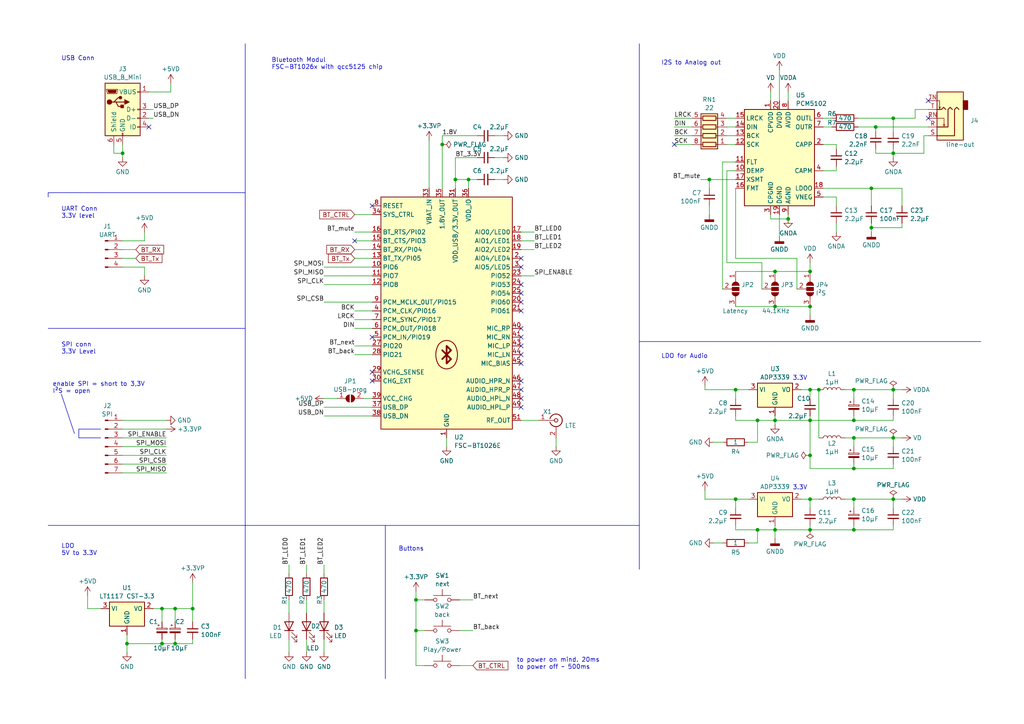
<source format=kicad_sch>
(kicad_sch (version 20230121) (generator eeschema)
  (paper "A4")
  (title_block (title "Bluetooth 5.1 with DAC") (date "2023-12-01") (rev "0.1") (company "AME"))
  (lib_symbols
    (symbol "Audio:PCM5102"
      (property "Reference" "U" (at -10.16 13.97 0))
      (property "Value" "PCM5102" (at 3.81 13.97 0))
      (symbol "PCM5102_1_1"
        (pin passive line (at -2.54 15.24 270) (length 2.54) (name "CPVDD") (number "1"))
        (pin input line (at -12.7 -5.08 0) (length 2.54) (name "DEMP") (number "10"))
        (pin input line (at -12.7 -2.54 0) (length 2.54) (name "FLT") (number "11"))
        (pin input line (at -12.7 2.54 0) (length 2.54) (name "SCK") (number "12"))
        (pin input line (at -12.7 5.08 0) (length 2.54) (name "BCK") (number "13"))
        (pin input line (at -12.7 7.62 0) (length 2.54) (name "DIN") (number "14"))
        (pin input line (at -12.7 10.16 0) (length 2.54) (name "LRCK") (number "15"))
        (pin input line (at -12.7 -10.16 0) (length 2.54) (name "FMT") (number "16"))
        (pin input line (at -12.7 -7.62 0) (length 2.54) (name "XSMT") (number "17"))
        (pin passive line (at 12.7 -10.16 180) (length 2.54) (name "LDOO") (number "18"))
        (pin power_in line (at 0 -17.78 90) (length 2.54) (name "DGND") (number "19"))
        (pin passive line (at 12.7 2.54 180) (length 2.54) (name "CAPP") (number "2"))
        (pin power_in line (at 0 15.24 270) (length 2.54) (name "DVDD") (number "20"))
        (pin power_in line (at -2.54 -17.78 90) (length 2.54) (name "CPGND") (number "3"))
        (pin passive line (at 12.7 -5.08 180) (length 2.54) (name "CAPM") (number "4"))
        (pin passive line (at 12.7 -12.7 180) (length 2.54) (name "VNEG") (number "5"))
        (pin output line (at 12.7 10.16 180) (length 2.54) (name "OUTL") (number "6"))
        (pin output line (at 12.7 7.62 180) (length 2.54) (name "OUTR") (number "7"))
        (pin power_in line (at 2.54 15.24 270) (length 2.54) (name "AVDD") (number "8"))
        (pin power_in line (at 2.54 -17.78 90) (length 2.54) (name "AGND") (number "9"))
      )
    )
    (symbol "Bluetooth_FSC_BT1026x:FSC-BT1026x"
      (property "Reference" "U" (at -17.145 34.29 0))
      (property "Value" "FSC-BT1026E" (at 3.175 -36.195 0))
      (symbol "FSC-BT1026x_1_0"
        (pin bidirectional line (at -21.59 12.7 0) (length 2.54) (name "PIO6") (number "10"))
        (pin bidirectional line (at -21.59 10.16 0) (length 2.54) (name "PIO7") (number "11"))
        (pin bidirectional line (at -21.59 7.62 0) (length 2.54) (name "PIO8") (number "12"))
        (pin bidirectional line (at -21.59 15.24 0) (length 2.54) (name "BT_TX/PI05") (number "13"))
        (pin bidirectional line (at -21.59 17.78 0) (length 2.54) (name "BT_RX/PI04") (number "14"))
        (pin bidirectional line (at -21.59 20.32 0) (length 2.54) (name "BT_CTS/PIO3") (number "15"))
        (pin bidirectional line (at -21.59 22.86 0) (length 2.54) (name "BT_RTS/Pl02") (number "16"))
        (pin bidirectional line (at 21.59 22.86 180) (length 2.54) (name "AIO0/LED0") (number "17"))
        (pin bidirectional line (at 21.59 20.32 180) (length 2.54) (name "AIO1/LED1") (number "18"))
        (pin bidirectional line (at 21.59 17.78 180) (length 2.54) (name "AIO2/LED2") (number "19"))
        (pin bidirectional line (at 21.59 15.24 180) (length 2.54) (name "AIO4/LED4") (number "2"))
        (pin bidirectional line (at 21.59 2.54 180) (length 2.54) (name "PIO60") (number "20"))
        (pin bidirectional line (at 21.59 0 180) (length 2.54) (name "PIO61") (number "21"))
        (pin bidirectional line (at 21.59 10.16 180) (length 2.54) (name "PIO52") (number "23"))
        (pin bidirectional line (at 21.59 7.62 180) (length 2.54) (name "PIO53") (number "24"))
        (pin bidirectional line (at 21.59 5.08 180) (length 2.54) (name "PIO54") (number "25"))
        (pin bidirectional line (at -21.59 -10.16 0) (length 2.54) (name "PIO20") (number "27"))
        (pin input line (at -21.59 -12.7 0) (length 2.54) (name "PIO21") (number "28"))
        (pin input line (at -21.59 -17.78 0) (length 2.54) (name "VCHG_SENSE") (number "29"))
        (pin bidirectional line (at 21.59 12.7 180) (length 2.54) (name "AIO5/LED5") (number "3"))
        (pin output line (at -21.59 -20.32 0) (length 2.54) (name "CHG_EXT") (number "30"))
        (pin power_out line (at 2.54 35.56 270) (length 2.54) (name "VDD_USB/3.3V_OUT") (number "31"))
        (pin input line (at -21.59 27.94 0) (length 2.54) (name "SYS_CTRL") (number "34"))
        (pin power_in line (at -1.27 35.56 270) (length 2.54) (name "1.8V_OUT") (number "35"))
        (pin bidirectional line (at -21.59 -27.94 0) (length 2.54) (name "USB_DP") (number "37"))
        (pin bidirectional line (at -21.59 -30.48 0) (length 2.54) (name "USB_DN") (number "38"))
        (pin input line (at -21.59 -25.4 0) (length 2.54) (name "VCC_CHG") (number "39"))
        (pin bidirectional line (at -21.59 0 0) (length 2.54) (name "PCM_CLK/PI016") (number "4"))
        (pin input line (at 21.59 -5.08 180) (length 2.54) (name "MIC_RP") (number "40"))
        (pin input line (at 21.59 -7.62 180) (length 2.54) (name "MIC_RN") (number "41"))
        (pin input line (at 21.59 -10.16 180) (length 2.54) (name "MIC_LP") (number "43"))
        (pin input line (at 21.59 -12.7 180) (length 2.54) (name "MIC_LN") (number "44"))
        (pin input line (at 21.59 -15.24 180) (length 2.54) (name "MIC_BIAS") (number "45"))
        (pin output line (at 21.59 -20.32 180) (length 2.54) (name "AUDIO_HPR_N") (number "46"))
        (pin output line (at 21.59 -22.86 180) (length 2.54) (name "AUDIO_HPR_P") (number "47"))
        (pin output line (at 21.59 -25.4 180) (length 2.54) (name "AUDIO_HPL_N") (number "48"))
        (pin output line (at 21.59 -27.94 180) (length 2.54) (name "AUDIO_HPL_P") (number "49"))
        (pin bidirectional line (at -21.59 -7.62 0) (length 2.54) (name "PCM_IN/PI019") (number "5"))
        (pin output line (at 21.59 -31.75 180) (length 2.54) (name "RF_OUT") (number "51"))
        (pin bidirectional line (at -21.59 -5.08 0) (length 2.54) (name "PCM_OUT/PI018") (number "6"))
        (pin bidirectional line (at -21.59 -2.54 0) (length 2.54) (name "PCM_SYNC/PIO17") (number "7"))
        (pin input line (at -21.59 30.48 0) (length 2.54) (name "RESET") (number "8"))
        (pin bidirectional line (at -21.59 2.54 0) (length 2.54) (name "PCM_MCLK_0UT/PI015") (number "9"))
      )
      (symbol "FSC-BT1026x_1_1"
        (pin power_in line (at 0 -36.83 90) (length 2.54) (name "GND") (number "1"))
        (pin passive line (at 0 -36.83 90) (length 2.54) hide (name "GND") (number "22"))
        (pin passive line (at 0 -36.83 90) (length 2.54) hide (name "GND") (number "32"))
        (pin power_in line (at -5.08 35.56 270) (length 2.54) (name "VBAT_IN") (number "33"))
        (pin power_in line (at 6.35 35.56 270) (length 2.54) (name "VDD_IO") (number "36"))
        (pin passive line (at 0 -36.83 90) (length 2.54) hide (name "GND") (number "50"))
        (pin passive line (at 0 -36.83 90) (length 2.54) hide (name "GND") (number "52"))
      )
    )
    (symbol "Conn_Coaxial_Fakra_1" (pin_names (offset 1.016) hide)
      (property "Reference" "X" (at 0.254 3.048 0))
      (property "Value" "Conn_Coaxial_Fakra" (at 2.921 0 90))
      (symbol "Conn_Coaxial_Fakra_1_1_1"
        (pin passive line (at -5.08 0 0) (length 2.54) (name "In") (number "1"))
        (pin passive line (at 0 -5.08 90) (length 2.54) (name "Ext") (number "2"))
      )
    )
    (symbol "Connector:Conn_01x04_Pin" (pin_names (offset 1.016) hide)
      (property "Reference" "J" (at 0 5.08 0))
      (property "Value" "Conn_01x04_Pin" (at 0 -7.62 0))
      (symbol "Conn_01x04_Pin_1_1"
        (pin passive line (at 5.08 2.54 180) (length 3.81) (name "Pin_1") (number "1"))
        (pin passive line (at 5.08 0 180) (length 3.81) (name "Pin_2") (number "2"))
        (pin passive line (at 5.08 -2.54 180) (length 3.81) (name "Pin_3") (number "3"))
        (pin passive line (at 5.08 -5.08 180) (length 3.81) (name "Pin_4") (number "4"))
      )
    )
    (symbol "Connector:Conn_01x07_Pin" (pin_names (offset 1.016) hide)
      (property "Reference" "J" (at 0 10.16 0))
      (property "Value" "Conn_01x07_Pin" (at 0 -10.16 0))
      (symbol "Conn_01x07_Pin_1_1"
        (pin passive line (at 5.08 7.62 180) (length 3.81) (name "Pin_1") (number "1"))
        (pin passive line (at 5.08 5.08 180) (length 3.81) (name "Pin_2") (number "2"))
        (pin passive line (at 5.08 2.54 180) (length 3.81) (name "Pin_3") (number "3"))
        (pin passive line (at 5.08 0 180) (length 3.81) (name "Pin_4") (number "4"))
        (pin passive line (at 5.08 -2.54 180) (length 3.81) (name "Pin_5") (number "5"))
        (pin passive line (at 5.08 -5.08 180) (length 3.81) (name "Pin_6") (number "6"))
        (pin passive line (at 5.08 -7.62 180) (length 3.81) (name "Pin_7") (number "7"))
      )
    )
    (symbol "Connector:USB_B_Mini" (pin_names (offset 1.016))
      (property "Reference" "J" (at -5.08 11.43 0))
      (property "Value" "USB_B_Mini" (at -5.08 8.89 0))
      (symbol "USB_B_Mini_1_1"
        (pin power_out line (at 7.62 5.08 180) (length 2.54) (name "VBUS") (number "1"))
        (pin bidirectional line (at 7.62 -2.54 180) (length 2.54) (name "D-") (number "2"))
        (pin bidirectional line (at 7.62 0 180) (length 2.54) (name "D+") (number "3"))
        (pin passive line (at 7.62 -5.08 180) (length 2.54) (name "ID") (number "4"))
        (pin power_out line (at 0 -10.16 90) (length 2.54) (name "GND") (number "5"))
        (pin passive line (at -2.54 -10.16 90) (length 2.54) (name "Shield") (number "6"))
      )
    )
    (symbol "Connector_Audio:AudioJack3_SwitchTR"
      (property "Reference" "J" (at 0 8.89 0))
      (property "Value" "AudioJack3_SwitchTR" (at 0 6.35 0))
      (symbol "AudioJack3_SwitchTR_1_1"
        (pin passive line (at 5.08 0 180) (length 2.54) (name "~") (number "R"))
        (pin passive line (at 5.08 -2.54 180) (length 2.54) (name "~") (number "RN"))
        (pin passive line (at 5.08 2.54 180) (length 2.54) (name "~") (number "S"))
        (pin passive line (at 5.08 -5.08 180) (length 2.54) (name "~") (number "T"))
        (pin passive line (at 5.08 -7.62 180) (length 2.54) (name "~") (number "TN"))
      )
    )
    (symbol "Device:C_Polarized_Small" (pin_numbers hide) (pin_names (offset 0.254) hide)
      (property "Reference" "C" (at 0.254 1.778 0))
      (property "Value" "C_Polarized_Small" (at 0.254 -2.032 0))
      (symbol "C_Polarized_Small_1_1"
        (pin passive line (at 0 2.54 270) (length 1.8542) (name "~") (number "1"))
        (pin passive line (at 0 -2.54 90) (length 1.8542) (name "~") (number "2"))
      )
    )
    (symbol "Device:C_Small" (pin_numbers hide) (pin_names (offset 0.254) hide)
      (property "Reference" "C" (at 0.254 1.778 0))
      (property "Value" "C_Small" (at 0.254 -2.032 0))
      (symbol "C_Small_1_1"
        (pin passive line (at 0 2.54 270) (length 2.032) (name "~") (number "1"))
        (pin passive line (at 0 -2.54 90) (length 2.032) (name "~") (number "2"))
      )
    )
    (symbol "Device:L" (pin_numbers hide) (pin_names (offset 1.016) hide)
      (property "Reference" "L" (at -1.27 0 90))
      (property "Value" "L" (at 1.905 0 90))
      (symbol "L_1_1"
        (pin passive line (at 0 3.81 270) (length 1.27) (name "1") (number "1"))
        (pin passive line (at 0 -3.81 90) (length 1.27) (name "2") (number "2"))
      )
    )
    (symbol "Device:LED" (pin_numbers hide) (pin_names (offset 1.016) hide)
      (property "Reference" "D" (at 0 2.54 0))
      (property "Value" "LED" (at 0 -2.54 0))
      (symbol "LED_1_1"
        (pin passive line (at -3.81 0 0) (length 2.54) (name "K") (number "1"))
        (pin passive line (at 3.81 0 180) (length 2.54) (name "A") (number "2"))
      )
    )
    (symbol "Device:R" (pin_numbers hide) (pin_names (offset 0))
      (property "Reference" "R" (at 2.032 0 90))
      (property "Value" "R" (at 0 0 90))
      (symbol "R_1_1"
        (pin passive line (at 0 3.81 270) (length 1.27) (name "~") (number "1"))
        (pin passive line (at 0 -3.81 90) (length 1.27) (name "~") (number "2"))
      )
    )
    (symbol "Device:R_Pack04" (pin_names (offset 0) hide)
      (property "Reference" "RN" (at -7.62 0 90))
      (property "Value" "R_Pack04" (at 5.08 0 90))
      (symbol "R_Pack04_1_1"
        (pin passive line (at -5.08 -5.08 90) (length 2.54) (name "R1.1") (number "1"))
        (pin passive line (at -2.54 -5.08 90) (length 2.54) (name "R2.1") (number "2"))
        (pin passive line (at 0 -5.08 90) (length 2.54) (name "R3.1") (number "3"))
        (pin passive line (at 2.54 -5.08 90) (length 2.54) (name "R4.1") (number "4"))
        (pin passive line (at 2.54 5.08 270) (length 2.54) (name "R4.2") (number "5"))
        (pin passive line (at 0 5.08 270) (length 2.54) (name "R3.2") (number "6"))
        (pin passive line (at -2.54 5.08 270) (length 2.54) (name "R2.2") (number "7"))
        (pin passive line (at -5.08 5.08 270) (length 2.54) (name "R1.2") (number "8"))
      )
    )
    (symbol "Jumper:SolderJumper_2_Open" (pin_names (offset 0) hide)
      (property "Reference" "JP" (at 0 2.032 0))
      (property "Value" "SolderJumper_2_Open" (at 0 -2.54 0))
      (symbol "SolderJumper_2_Open_1_1"
        (pin passive line (at -3.81 0 0) (length 2.54) (name "A") (number "1"))
        (pin passive line (at 3.81 0 180) (length 2.54) (name "B") (number "2"))
      )
    )
    (symbol "Jumper:SolderJumper_3_Open" (pin_names (offset 0) hide)
      (property "Reference" "JP" (at -2.54 -2.54 0))
      (property "Value" "SolderJumper_3_Open" (at 0 2.794 0))
      (symbol "SolderJumper_3_Open_1_1"
        (pin passive line (at -5.08 0 0) (length 2.54) (name "A") (number "1"))
        (pin passive line (at 0 -3.81 90) (length 2.54) (name "C") (number "2"))
        (pin passive line (at 5.08 0 180) (length 2.54) (name "B") (number "3"))
      )
    )
    (symbol "Regulator_Linear:LD1117S12TR_SOT223"
      (property "Reference" "U" (at -3.81 3.175 0))
      (property "Value" "LD1117S12TR_SOT223" (at 0 3.175 0))
      (symbol "LD1117S12TR_SOT223_1_1"
        (pin power_in line (at 0 -7.62 90) (length 2.54) (name "GND") (number "1"))
        (pin power_out line (at 7.62 0 180) (length 2.54) (name "VO") (number "2"))
        (pin power_in line (at -7.62 0 0) (length 2.54) (name "VI") (number "3"))
      )
    )
    (symbol "Switch:SW_Push" (pin_numbers hide) (pin_names (offset 1.016) hide)
      (property "Reference" "SW" (at 1.27 2.54 0))
      (property "Value" "SW_Push" (at 0 -1.524 0))
      (symbol "SW_Push_0_1"
        (pin passive line (at -5.08 0 0) (length 2.54) (name "1") (number "1"))
        (pin passive line (at 5.08 0 180) (length 2.54) (name "2") (number "2"))
      )
    )
    (symbol "power:+3.3VP" (power) (pin_names (offset 0))
      (property "Value" "+3.3VP" (at 0 2.54 0))
      (symbol "+3.3VP_0_0"
        (pin power_in line (at 0 0 90) (length 0) hide (name "+3.3VP") (number "1"))
      )
    )
    (symbol "power:+5VD" (power) (pin_names (offset 0))
      (property "Value" "+5VD" (at 0 3.556 0))
      (symbol "+5VD_1_1"
        (pin power_in line (at 0 0 90) (length 0) hide (name "+5VD") (number "1"))
      )
    )
    (symbol "power:GND" (power) (pin_names (offset 0))
      (property "Value" "GND" (at 0 -3.81 0))
      (symbol "GND_1_1"
        (pin power_in line (at 0 0 270) (length 0) hide (name "GND") (number "1"))
      )
    )
    (symbol "power:GNDA" (power) (pin_names (offset 0))
      (property "Value" "GNDA" (at 0 -3.81 0))
      (symbol "GNDA_1_1"
        (pin power_in line (at 0 0 270) (length 0) hide (name "GNDA") (number "1"))
      )
    )
    (symbol "power:GNDD" (power) (pin_names (offset 0))
      (property "Value" "GNDD" (at 0 -3.175 0))
      (symbol "GNDD_1_1"
        (pin power_in line (at 0 0 270) (length 0) hide (name "GNDD") (number "1"))
      )
    )
    (symbol "power:PWR_FLAG" (power) (pin_numbers hide) (pin_names (offset 0) hide)
      (property "Value" "PWR_FLAG" (at 0 3.81 0))
      (symbol "PWR_FLAG_0_0"
        (pin power_out line (at 0 0 90) (length 0) (name "pwr") (number "1"))
      )
    )
    (symbol "power:VD" (power) (pin_names (offset 0))
      (property "Value" "VD" (at 0 3.81 0))
      (symbol "VD_1_1"
        (pin power_in line (at 0 0 90) (length 0) hide (name "VD") (number "1"))
      )
    )
    (symbol "power:VDD" (power) (pin_names (offset 0))
      (property "Value" "VDD" (at 0 3.81 0))
      (symbol "VDD_1_1"
        (pin power_in line (at 0 0 90) (length 0) hide (name "VDD") (number "1"))
      )
    )
    (symbol "power:VDDA" (power) (pin_names (offset 0))
      (property "Value" "VDDA" (at 0 3.81 0))
      (symbol "VDDA_1_1"
        (pin power_in line (at 0 0 90) (length 0) hide (name "VDDA") (number "1"))
      )
    )
  )
  (junction (at 224.79 121.92))
  (junction (at 259.08 113.03))
  (junction (at 213.36 144.78))
  (junction (at 46.99 176.53))
  (junction (at 219.71 153.67))
  (junction (at 234.95 113.03))
  (junction (at 55.88 176.53))
  (junction (at 234.95 88.9))
  (junction (at 35.56 44.45))
  (junction (at 46.99 186.69))
  (junction (at 252.73 66.04))
  (junction (at 234.95 132.08))
  (junction (at 219.71 121.92))
  (junction (at 254 36.83))
  (junction (at 224.79 88.9))
  (junction (at 228.6 63.5))
  (junction (at 128.27 41.91))
  (junction (at 247.65 113.03))
  (junction (at 224.79 78.74))
  (junction (at 234.95 144.78))
  (junction (at 237.49 113.03))
  (junction (at 247.65 121.92))
  (junction (at 120.65 173.99))
  (junction (at 234.95 78.74))
  (junction (at 224.79 153.67))
  (junction (at 135.89 52.07))
  (junction (at 259.08 127))
  (junction (at 247.65 135.89))
  (junction (at 234.95 153.67))
  (junction (at 259.08 44.45))
  (junction (at 247.65 153.67))
  (junction (at 247.65 144.78))
  (junction (at 247.65 127))
  (junction (at 259.08 144.78))
  (junction (at 205.74 52.07))
  (junction (at 132.08 52.07))
  (junction (at 50.8 176.53))
  (junction (at 259.08 34.29))
  (junction (at 50.8 186.69))
  (junction (at 252.73 54.61))
  (junction (at 36.83 186.69))
  (junction (at 120.65 182.88))
  (junction (at 234.95 121.92))
  (junction (at 213.36 113.03))
  (no_connect (at 151.13 77.47))
  (no_connect (at 151.13 115.57))
  (no_connect (at 107.95 107.95))
  (no_connect (at 151.13 82.55))
  (no_connect (at 151.13 90.17))
  (no_connect (at 151.13 110.49))
  (no_connect (at 151.13 100.33))
  (no_connect (at 151.13 97.79))
  (no_connect (at 151.13 113.03))
  (no_connect (at 107.95 97.79))
  (no_connect (at 107.95 110.49))
  (no_connect (at 151.13 87.63))
  (no_connect (at 107.95 59.69))
  (no_connect (at 195.58 41.91))
  (no_connect (at 269.24 34.29))
  (no_connect (at 151.13 74.93))
  (no_connect (at 151.13 95.25))
  (no_connect (at 151.13 102.87))
  (no_connect (at 151.13 85.09))
  (no_connect (at 43.18 36.83))
  (no_connect (at 151.13 118.11))
  (no_connect (at 102.87 69.85))
  (no_connect (at 269.24 29.21))
  (no_connect (at 151.13 105.41))
  (wire (pts (xy 213.36 78.74) (xy 224.79 78.74)))
  (wire (pts (xy 93.98 173.99) (xy 93.98 177.8)))
  (wire (pts (xy 224.79 121.92) (xy 224.79 120.65)))
  (wire (pts (xy 259.08 113.03) (xy 261.62 113.03)))
  (wire (pts (xy 36.83 186.69) (xy 36.83 189.23)))
  (wire (pts (xy 247.65 127) (xy 247.65 129.54)))
  (wire (pts (xy 224.79 152.4) (xy 224.79 153.67)))
  (wire (pts (xy 133.35 193.04) (xy 137.16 193.04)))
  (wire (pts (xy 55.88 185.42) (xy 55.88 186.69)))
  (wire (pts (xy 151.13 67.31) (xy 154.94 67.31)))
  (wire (pts (xy 33.02 44.45) (xy 35.56 44.45)))
  (wire (pts (xy 213.36 46.99) (xy 209.55 46.99)))
  (wire (pts (xy 252.73 54.61) (xy 252.73 59.69)))
  (wire (pts (xy 247.65 144.78) (xy 247.65 147.32)))
  (wire (pts (xy 161.29 127) (xy 161.29 129.54)))
  (wire (pts (xy 234.95 152.4) (xy 234.95 153.67)))
  (wire (pts (xy 93.98 77.47) (xy 107.95 77.47)))
  (wire (pts (xy 226.06 62.23) (xy 226.06 68.58)))
  (polyline (pts (xy 29.21 127) (xy 22.86 127)))
  (wire (pts (xy 35.56 121.92) (xy 48.26 121.92)))
  (wire (pts (xy 88.9 185.42) (xy 88.9 189.23)))
  (wire (pts (xy 247.65 113.03) (xy 247.65 115.57)))
  (wire (pts (xy 44.45 176.53) (xy 46.99 176.53)))
  (wire (pts (xy 120.65 173.99) (xy 120.65 182.88)))
  (wire (pts (xy 35.56 129.54) (xy 48.26 129.54)))
  (wire (pts (xy 232.41 113.03) (xy 234.95 113.03)))
  (wire (pts (xy 50.8 176.53) (xy 55.88 176.53)))
  (wire (pts (xy 120.65 173.99) (xy 123.19 173.99)))
  (wire (pts (xy 210.82 36.83) (xy 213.36 36.83)))
  (wire (pts (xy 248.92 36.83) (xy 254 36.83)))
  (wire (pts (xy 143.51 45.72) (xy 146.05 45.72)))
  (wire (pts (xy 203.2 52.07) (xy 205.74 52.07)))
  (wire (pts (xy 50.8 185.42) (xy 50.8 186.69)))
  (wire (pts (xy 242.57 57.15) (xy 238.76 57.15)))
  (wire (pts (xy 43.18 26.67) (xy 49.53 26.67)))
  (polyline (pts (xy 71.12 12.7) (xy 71.12 152.4)))
  (wire (pts (xy 123.19 193.04) (xy 120.65 193.04)))
  (wire (pts (xy 41.91 69.85) (xy 41.91 67.31)))
  (wire (pts (xy 120.65 193.04) (xy 120.65 182.88)))
  (wire (pts (xy 135.89 52.07) (xy 138.43 52.07)))
  (wire (pts (xy 232.41 144.78) (xy 234.95 144.78)))
  (wire (pts (xy 267.97 44.45) (xy 259.08 44.45)))
  (wire (pts (xy 50.8 176.53) (xy 50.8 180.34)))
  (wire (pts (xy 55.88 186.69) (xy 50.8 186.69)))
  (wire (pts (xy 238.76 41.91) (xy 242.57 41.91)))
  (wire (pts (xy 213.36 74.93) (xy 231.14 74.93)))
  (wire (pts (xy 259.08 144.78) (xy 259.08 147.32)))
  (wire (pts (xy 151.13 121.92) (xy 156.21 121.92)))
  (wire (pts (xy 259.08 129.54) (xy 259.08 127)))
  (wire (pts (xy 217.17 157.48) (xy 219.71 157.48)))
  (wire (pts (xy 204.47 142.24) (xy 204.47 144.78)))
  (wire (pts (xy 213.36 49.53) (xy 210.82 49.53)))
  (wire (pts (xy 25.4 176.53) (xy 25.4 172.72)))
  (wire (pts (xy 128.27 41.91) (xy 128.27 39.37)))
  (wire (pts (xy 259.08 120.65) (xy 259.08 121.92)))
  (polyline (pts (xy 13.97 55.88) (xy 13.97 57.15)))
  (wire (pts (xy 35.56 44.45) (xy 35.56 45.72)))
  (wire (pts (xy 238.76 36.83) (xy 241.3 36.83)))
  (wire (pts (xy 35.56 72.39) (xy 39.37 72.39)))
  (wire (pts (xy 259.08 113.03) (xy 247.65 113.03)))
  (wire (pts (xy 133.35 173.99) (xy 137.16 173.99)))
  (wire (pts (xy 213.36 152.4) (xy 213.36 153.67)))
  (wire (pts (xy 209.55 46.99) (xy 209.55 83.82)))
  (wire (pts (xy 195.58 41.91) (xy 200.66 41.91)))
  (wire (pts (xy 43.18 31.75) (xy 44.45 31.75)))
  (wire (pts (xy 35.56 124.46) (xy 48.26 124.46)))
  (wire (pts (xy 242.57 49.53) (xy 238.76 49.53)))
  (wire (pts (xy 234.95 153.67) (xy 224.79 153.67)))
  (wire (pts (xy 259.08 44.45) (xy 259.08 45.72)))
  (wire (pts (xy 102.87 62.23) (xy 107.95 62.23)))
  (wire (pts (xy 259.08 34.29) (xy 259.08 38.1)))
  (wire (pts (xy 245.11 144.78) (xy 247.65 144.78)))
  (wire (pts (xy 259.08 127) (xy 261.62 127)))
  (wire (pts (xy 237.49 113.03) (xy 234.95 113.03)))
  (wire (pts (xy 102.87 95.25) (xy 107.95 95.25)))
  (wire (pts (xy 219.71 153.67) (xy 224.79 153.67)))
  (wire (pts (xy 259.08 144.78) (xy 261.62 144.78)))
  (wire (pts (xy 207.01 157.48) (xy 209.55 157.48)))
  (wire (pts (xy 247.65 135.89) (xy 234.95 135.89)))
  (wire (pts (xy 50.8 186.69) (xy 46.99 186.69)))
  (polyline (pts (xy 22.86 124.46) (xy 29.21 124.46)))
  (wire (pts (xy 35.56 127) (xy 48.26 127)))
  (wire (pts (xy 267.97 39.37) (xy 269.24 39.37)))
  (wire (pts (xy 151.13 69.85) (xy 154.94 69.85)))
  (wire (pts (xy 224.79 88.9) (xy 234.95 88.9)))
  (wire (pts (xy 259.08 34.29) (xy 265.43 34.29)))
  (wire (pts (xy 88.9 173.99) (xy 88.9 177.8)))
  (polyline (pts (xy 71.12 152.4) (xy 71.12 196.85)))
  (wire (pts (xy 265.43 34.29) (xy 265.43 31.75)))
  (wire (pts (xy 223.52 26.67) (xy 223.52 29.21)))
  (wire (pts (xy 219.71 128.27) (xy 219.71 121.92)))
  (wire (pts (xy 41.91 77.47) (xy 41.91 80.01)))
  (wire (pts (xy 219.71 157.48) (xy 219.71 153.67)))
  (wire (pts (xy 35.56 77.47) (xy 41.91 77.47)))
  (wire (pts (xy 228.6 62.23) (xy 228.6 63.5)))
  (wire (pts (xy 247.65 120.65) (xy 247.65 121.92)))
  (wire (pts (xy 234.95 121.92) (xy 234.95 120.65)))
  (wire (pts (xy 259.08 127) (xy 247.65 127)))
  (wire (pts (xy 259.08 134.62) (xy 259.08 135.89)))
  (wire (pts (xy 234.95 144.78) (xy 234.95 147.32)))
  (polyline (pts (xy 13.97 152.4) (xy 185.42 152.4)))
  (wire (pts (xy 213.36 121.92) (xy 219.71 121.92)))
  (polyline (pts (xy 17.78 114.3) (xy 21.59 125.73)))
  (wire (pts (xy 55.88 168.91) (xy 55.88 176.53)))
  (wire (pts (xy 35.56 69.85) (xy 41.91 69.85)))
  (wire (pts (xy 102.87 90.17) (xy 107.95 90.17)))
  (wire (pts (xy 29.21 176.53) (xy 25.4 176.53)))
  (wire (pts (xy 237.49 113.03) (xy 237.49 127)))
  (wire (pts (xy 93.98 82.55) (xy 107.95 82.55)))
  (wire (pts (xy 228.6 26.67) (xy 228.6 29.21)))
  (wire (pts (xy 247.65 144.78) (xy 259.08 144.78)))
  (wire (pts (xy 195.58 39.37) (xy 200.66 39.37)))
  (wire (pts (xy 204.47 113.03) (xy 213.36 113.03)))
  (wire (pts (xy 213.36 88.9) (xy 224.79 88.9)))
  (wire (pts (xy 124.46 40.64) (xy 124.46 54.61)))
  (wire (pts (xy 93.98 163.83) (xy 93.98 166.37)))
  (wire (pts (xy 234.95 132.08) (xy 234.95 121.92)))
  (wire (pts (xy 247.65 153.67) (xy 234.95 153.67)))
  (wire (pts (xy 217.17 128.27) (xy 219.71 128.27)))
  (wire (pts (xy 49.53 26.67) (xy 49.53 24.13)))
  (wire (pts (xy 238.76 34.29) (xy 241.3 34.29)))
  (wire (pts (xy 226.06 20.32) (xy 226.06 29.21)))
  (wire (pts (xy 213.36 153.67) (xy 219.71 153.67)))
  (wire (pts (xy 213.36 115.57) (xy 213.36 113.03)))
  (wire (pts (xy 242.57 59.69) (xy 242.57 57.15)))
  (wire (pts (xy 46.99 180.34) (xy 46.99 176.53)))
  (wire (pts (xy 223.52 63.5) (xy 228.6 63.5)))
  (wire (pts (xy 220.98 76.2) (xy 220.98 83.82)))
  (wire (pts (xy 105.41 115.57) (xy 107.95 115.57)))
  (wire (pts (xy 247.65 134.62) (xy 247.65 135.89)))
  (wire (pts (xy 210.82 49.53) (xy 210.82 76.2)))
  (wire (pts (xy 213.36 54.61) (xy 213.36 74.93)))
  (wire (pts (xy 248.92 34.29) (xy 259.08 34.29)))
  (wire (pts (xy 102.87 69.85) (xy 107.95 69.85)))
  (wire (pts (xy 223.52 62.23) (xy 223.52 63.5)))
  (wire (pts (xy 234.95 76.2) (xy 234.95 78.74)))
  (polyline (pts (xy 22.86 127) (xy 22.86 124.46)))
  (wire (pts (xy 88.9 163.83) (xy 88.9 166.37)))
  (wire (pts (xy 102.87 67.31) (xy 107.95 67.31)))
  (wire (pts (xy 35.56 134.62) (xy 48.26 134.62)))
  (wire (pts (xy 43.18 34.29) (xy 44.45 34.29)))
  (wire (pts (xy 151.13 80.01) (xy 154.94 80.01)))
  (wire (pts (xy 252.73 64.77) (xy 252.73 66.04)))
  (wire (pts (xy 102.87 72.39) (xy 107.95 72.39)))
  (wire (pts (xy 33.02 41.91) (xy 33.02 44.45)))
  (wire (pts (xy 36.83 184.15) (xy 36.83 186.69)))
  (wire (pts (xy 93.98 80.01) (xy 107.95 80.01)))
  (polyline (pts (xy 71.12 55.88) (xy 13.97 55.88)))
  (wire (pts (xy 93.98 115.57) (xy 97.79 115.57)))
  (wire (pts (xy 93.98 120.65) (xy 107.95 120.65)))
  (wire (pts (xy 35.56 74.93) (xy 39.37 74.93)))
  (wire (pts (xy 261.62 59.69) (xy 261.62 54.61)))
  (wire (pts (xy 213.36 147.32) (xy 213.36 144.78)))
  (wire (pts (xy 35.56 41.91) (xy 35.56 44.45)))
  (wire (pts (xy 83.82 173.99) (xy 83.82 177.8)))
  (wire (pts (xy 261.62 64.77) (xy 261.62 66.04)))
  (wire (pts (xy 151.13 72.39) (xy 154.94 72.39)))
  (wire (pts (xy 210.82 41.91) (xy 213.36 41.91)))
  (wire (pts (xy 102.87 74.93) (xy 107.95 74.93)))
  (wire (pts (xy 224.79 153.67) (xy 224.79 156.21)))
  (wire (pts (xy 247.65 121.92) (xy 234.95 121.92)))
  (wire (pts (xy 224.79 78.74) (xy 234.95 78.74)))
  (wire (pts (xy 210.82 39.37) (xy 213.36 39.37)))
  (wire (pts (xy 143.51 39.37) (xy 146.05 39.37)))
  (wire (pts (xy 46.99 185.42) (xy 46.99 186.69)))
  (wire (pts (xy 242.57 41.91) (xy 242.57 43.18)))
  (wire (pts (xy 254 36.83) (xy 269.24 36.83)))
  (wire (pts (xy 254 36.83) (xy 254 38.1)))
  (wire (pts (xy 83.82 185.42) (xy 83.82 189.23)))
  (wire (pts (xy 234.95 135.89) (xy 234.95 132.08)))
  (wire (pts (xy 102.87 100.33) (xy 107.95 100.33)))
  (wire (pts (xy 261.62 66.04) (xy 252.73 66.04)))
  (wire (pts (xy 219.71 121.92) (xy 224.79 121.92)))
  (wire (pts (xy 204.47 144.78) (xy 213.36 144.78)))
  (wire (pts (xy 55.88 176.53) (xy 55.88 180.34)))
  (wire (pts (xy 195.58 34.29) (xy 200.66 34.29)))
  (wire (pts (xy 128.27 39.37) (xy 138.43 39.37)))
  (wire (pts (xy 252.73 66.04) (xy 252.73 67.31)))
  (wire (pts (xy 267.97 39.37) (xy 267.97 44.45)))
  (wire (pts (xy 259.08 153.67) (xy 247.65 153.67)))
  (wire (pts (xy 132.08 45.72) (xy 138.43 45.72)))
  (polyline (pts (xy 13.97 95.25) (xy 71.12 95.25)))
  (wire (pts (xy 132.08 54.61) (xy 132.08 52.07)))
  (wire (pts (xy 247.65 113.03) (xy 245.11 113.03)))
  (wire (pts (xy 234.95 144.78) (xy 237.49 144.78)))
  (wire (pts (xy 213.36 113.03) (xy 217.17 113.03)))
  (wire (pts (xy 213.36 120.65) (xy 213.36 121.92)))
  (wire (pts (xy 204.47 111.76) (xy 204.47 113.03)))
  (wire (pts (xy 135.89 54.61) (xy 135.89 52.07)))
  (wire (pts (xy 259.08 115.57) (xy 259.08 113.03)))
  (wire (pts (xy 102.87 92.71) (xy 107.95 92.71)))
  (wire (pts (xy 247.65 152.4) (xy 247.65 153.67)))
  (wire (pts (xy 231.14 74.93) (xy 231.14 83.82)))
  (wire (pts (xy 259.08 43.18) (xy 259.08 44.45)))
  (wire (pts (xy 213.36 144.78) (xy 217.17 144.78)))
  (wire (pts (xy 261.62 54.61) (xy 252.73 54.61)))
  (wire (pts (xy 46.99 186.69) (xy 36.83 186.69)))
  (wire (pts (xy 242.57 48.26) (xy 242.57 49.53)))
  (wire (pts (xy 93.98 87.63) (xy 107.95 87.63)))
  (wire (pts (xy 35.56 132.08) (xy 48.26 132.08)))
  (wire (pts (xy 120.65 182.88) (xy 123.19 182.88)))
  (polyline (pts (xy 185.42 12.7) (xy 185.42 165.1)))
  (polyline (pts (xy 185.42 99.06) (xy 284.48 99.06)))
  (wire (pts (xy 35.56 137.16) (xy 48.26 137.16)))
  (wire (pts (xy 254 44.45) (xy 259.08 44.45)))
  (wire (pts (xy 234.95 88.9) (xy 234.95 91.44)))
  (wire (pts (xy 265.43 31.75) (xy 269.24 31.75)))
  (wire (pts (xy 234.95 113.03) (xy 234.95 115.57)))
  (wire (pts (xy 259.08 135.89) (xy 247.65 135.89)))
  (wire (pts (xy 129.54 127) (xy 129.54 129.54)))
  (wire (pts (xy 210.82 76.2) (xy 220.98 76.2)))
  (wire (pts (xy 205.74 59.69) (xy 205.74 62.23)))
  (wire (pts (xy 254 43.18) (xy 254 44.45)))
  (polyline (pts (xy 111.76 152.4) (xy 111.76 196.85)))
  (wire (pts (xy 195.58 36.83) (xy 200.66 36.83)))
  (wire (pts (xy 207.01 128.27) (xy 209.55 128.27)))
  (wire (pts (xy 210.82 34.29) (xy 213.36 34.29)))
  (wire (pts (xy 128.27 54.61) (xy 128.27 41.91)))
  (wire (pts (xy 132.08 52.07) (xy 132.08 45.72)))
  (wire (pts (xy 46.99 176.53) (xy 50.8 176.53)))
  (wire (pts (xy 205.74 52.07) (xy 213.36 52.07)))
  (wire (pts (xy 133.35 182.88) (xy 137.16 182.88)))
  (wire (pts (xy 224.79 121.92) (xy 234.95 121.92)))
  (wire (pts (xy 247.65 127) (xy 245.11 127)))
  (wire (pts (xy 259.08 152.4) (xy 259.08 153.67)))
  (wire (pts (xy 102.87 102.87) (xy 107.95 102.87)))
  (wire (pts (xy 120.65 171.45) (xy 120.65 173.99)))
  (wire (pts (xy 242.57 64.77) (xy 242.57 67.31)))
  (wire (pts (xy 259.08 121.92) (xy 247.65 121.92)))
  (wire (pts (xy 224.79 121.92) (xy 224.79 123.19)))
  (wire (pts (xy 143.51 52.07) (xy 146.05 52.07)))
  (wire (pts (xy 132.08 52.07) (xy 135.89 52.07)))
  (wire (pts (xy 83.82 163.83) (xy 83.82 166.37)))
  (wire (pts (xy 93.98 118.11) (xy 107.95 118.11)))
  (wire (pts (xy 205.74 52.07) (xy 205.74 54.61)))
  (wire (pts (xy 238.76 54.61) (xy 252.73 54.61)))
  (wire (pts (xy 93.98 185.42) (xy 93.98 189.23)))
  (text "Bluetooth Modul\nFSC-BT1026x with qcc5125 chip" (at 78.74 20.32 0) (effects (font (size 1.27 1.27)) (justify left bottom)))
  (text "UART Conn\n3.3V level" (at 17.78 63.5 0) (effects (font (size 1.27 1.27)) (justify left bottom)))
  (text "3.3V" (at 229.87 110.49 0) (effects (font (size 1.27 1.27)) (justify left bottom)))
  (text "LDO\n5V to 3.3V" (at 17.78 161.29 0) (effects (font (size 1.27 1.27)) (justify left bottom)))
  (text "3.3V" (at 229.87 142.24 0) (effects (font (size 1.27 1.27)) (justify left bottom)))
  (text "to power on mind. 20ms\nto power off ~ 500ms" (at 149.86 194.31 0) (effects (font (size 1.27 1.27)) (justify left bottom)))
  (text "LDO for Audio" (at 191.77 104.14 0) (effects (font (size 1.27 1.27)) (justify left bottom)))
  (text "Buttons" (at 115.57 160.02 0) (effects (font (size 1.27 1.27)) (justify left bottom)))
  (text "USB Conn" (at 17.78 17.78 0) (effects (font (size 1.27 1.27)) (justify left bottom)))
  (text "SPI conn\n3.3V Level" (at 17.78 102.87 0) (effects (font (size 1.27 1.27)) (justify left bottom)))
  (text "I2S to Analog out" (at 191.77 19.05 0) (effects (font (size 1.27 1.27)) (justify left bottom)))
  (text "enable SPI = short to 3,3V\nI²S = open" (at 15.24 114.3 0) (effects (font (size 1.27 1.27)) (justify left bottom)))
  (label "USB_DN" (at 93.98 120.65 180))
  (label "BT_LED2" (at 93.98 163.83 90))
  (label "BT_back" (at 102.87 102.87 180))
  (label "BT_LED1" (at 154.94 69.85 0))
  (label "SPI_CSB" (at 93.98 87.63 180))
  (label "SPI_MOSI" (at 48.26 129.54 180))
  (label "SPI_ENABLE" (at 154.94 80.01 0))
  (label "BT_LED1" (at 88.9 163.83 90))
  (label "BT_mute" (at 203.2 52.07 180))
  (label "SPI_MISO" (at 48.26 137.16 180))
  (label "BT_LED2" (at 154.94 72.39 0))
  (label "BCK" (at 102.87 90.17 180))
  (label "USB_DP" (at 93.98 118.11 180))
  (label "BT_3.3V" (at 132.08 45.72 0))
  (label "SPI_MOSI" (at 93.98 77.47 180))
  (label "BT_back" (at 137.16 182.88 0))
  (label "SPI_CSB" (at 48.26 134.62 180))
  (label "BT_LED0" (at 154.94 67.31 0))
  (label "LRCK" (at 102.87 92.71 180))
  (label "SPI_CLK" (at 48.26 132.08 180))
  (label "SCK" (at 195.58 41.91 0))
  (label "BT_next" (at 102.87 100.33 180))
  (label "BT_mute" (at 102.87 67.31 180))
  (label "USB_DN" (at 44.45 34.29 0))
  (label "SPI_CLK" (at 93.98 82.55 180))
  (label "BT_next" (at 137.16 173.99 0))
  (label "SPI_ENABLE" (at 48.26 127 180))
  (label "DIN" (at 102.87 95.25 180))
  (label "LRCK" (at 195.58 34.29 0))
  (label "SPI_MISO" (at 93.98 80.01 180))
  (label "BCK" (at 195.58 39.37 0))
  (label "BT_LED0" (at 83.82 163.83 90))
  (label "DIN" (at 195.58 36.83 0))
  (label "1.8V" (at 128.27 39.37 0))
  (label "USB_DP" (at 44.45 31.75 0))
  (global_label "BT_CTRL" (shape input) (at 137.16 193.04 0) (property "Intersheetrefs" "${INTERSHEET_REFS}" (effects hide)))
  (global_label "BT_Tx" (shape input) (at 39.37 74.93 0) (property "Intersheetrefs" "${INTERSHEET_REFS}" (effects hide)))
  (global_label "BT_RX" (shape input) (at 102.87 72.39 180) (property "Intersheetrefs" "${INTERSHEET_REFS}" (effects hide)))
  (global_label "BT_CTRL" (shape input) (at 102.87 62.23 180) (property "Intersheetrefs" "${INTERSHEET_REFS}" (effects hide)))
  (global_label "BT_Tx" (shape input) (at 102.87 74.93 180) (property "Intersheetrefs" "${INTERSHEET_REFS}" (effects hide)))
  (global_label "BT_RX" (shape input) (at 39.37 72.39 0) (property "Intersheetrefs" "${INTERSHEET_REFS}" (effects hide)))
  (symbol (lib_id "Device:C_Small") (at 261.62 62.23 0) (unit 1)
    (property "Reference" "C23" (at 263.9441 61.0242 0) (effects (justify left)))
    (property "Value" "2.2μF" (at 263.9441 63.4484 0) (effects (justify left)))
    (property "Footprint" "Capacitor_SMD:C_0805_2012Metric_Pad1.18x1.45mm_HandSolder" (effects hide))
  )
  (symbol (lib_id "power:GND") (at 146.05 52.07 90) (unit 1)
    (property "Reference" "#PWR019" (effects hide))
    (property "Value" "GND" (at 149.225 52.07 90) (effects (justify right)))
  )
  (symbol (lib_id "power:GNDD") (at 226.06 68.58 0) (unit 1)
    (property "Reference" "#PWR030" (effects hide))
    (property "Value" "GNDD" (at 226.06 72.3321 0))
  )
  (symbol (lib_id "power:+5VD") (at 204.47 142.24 0) (unit 1)
    (property "Reference" "#PWR022" (effects hide))
    (property "Value" "+5VD" (at 204.47 138.1069 0))
  )
  (symbol (lib_id "Device:C_Polarized_Small") (at 247.65 149.86 0) (unit 1)
    (property "Reference" "C16" (at 249.809 148.1018 0) (effects (justify left)))
    (property "Value" "10μF" (at 249.809 150.526 0) (effects (justify left)))
    (property "Footprint" "Capacitor_SMD:C_0805_2012Metric_Pad1.18x1.45mm_HandSolder" (effects hide))
  )
  (symbol (lib_id "Device:R") (at 213.36 157.48 90) (unit 1)
    (property "Reference" "R5" (at 213.36 160.2161 90))
    (property "Value" "1" (at 213.36 157.48 90))
    (property "Footprint" "Resistor_SMD:R_0805_2012Metric_Pad1.20x1.40mm_HandSolder" (effects hide))
  )
  (symbol (lib_id "Device:R") (at 83.82 170.18 180) (unit 1)
    (property "Reference" "R1" (at 82.55 173.99 90))
    (property "Value" "470" (at 83.82 170.18 90))
    (property "Footprint" "Resistor_SMD:R_0603_1608Metric_Pad0.98x0.95mm_HandSolder" (effects hide))
  )
  (symbol (lib_id "power:PWR_FLAG") (at 128.27 41.91 270) (unit 1)
    (property "Reference" "#FLG01" (effects hide))
    (property "Value" "PWR_FLAG" (at 131.445 41.91 90) (effects (justify left)))
  )
  (symbol (lib_id "Device:C_Small") (at 234.95 149.86 0) (unit 1)
    (property "Reference" "C11" (at 237.2741 148.6542 0) (effects (justify left)))
    (property "Value" "2.2μF" (at 237.2741 151.0784 0) (effects (justify left)))
    (property "Footprint" "Capacitor_SMD:C_0805_2012Metric_Pad1.18x1.45mm_HandSolder" (effects hide))
  )
  (symbol (lib_id "Device:C_Small") (at 213.36 118.11 0) (unit 1)
    (property "Reference" "C8" (at 211.036 116.9042 0) (effects (justify right)))
    (property "Value" "2.2μF" (at 211.036 119.3284 0) (effects (justify right)))
    (property "Footprint" "Capacitor_SMD:C_0805_2012Metric_Pad1.18x1.45mm_HandSolder" (effects hide))
  )
  (symbol (lib_id "Device:C_Small") (at 259.08 40.64 0) (unit 1)
    (property "Reference" "C19" (at 261.4041 39.4342 0) (effects (justify left)))
    (property "Value" "2.2nF" (at 261.4041 41.8584 0) (effects (justify left)))
    (property "Footprint" "Capacitor_SMD:C_0603_1608Metric_Pad1.08x0.95mm_HandSolder" (effects hide))
  )
  (symbol (lib_id "Device:R") (at 245.11 34.29 90) (unit 1)
    (property "Reference" "R6" (at 241.3 33.02 90))
    (property "Value" "470" (at 245.11 34.29 90))
    (property "Footprint" "Resistor_SMD:R_0603_1608Metric_Pad0.98x0.95mm_HandSolder" (effects hide))
  )
  (symbol (lib_id "power:+3.3VP") (at 120.65 171.45 0) (unit 1)
    (property "Reference" "#PWR014" (effects hide))
    (property "Value" "+3.3VP" (at 120.65 167.3169 0))
  )
  (symbol (lib_id "power:GND") (at 207.01 128.27 270) (unit 1)
    (property "Reference" "#PWR024" (effects hide))
    (property "Value" "GND" (at 203.8351 128.27 90) (effects (justify right)))
  )
  (symbol (lib_id "power:VDD") (at 261.62 144.78 270) (unit 1)
    (property "Reference" "#PWR040" (effects hide))
    (property "Value" "VDD" (at 264.795 144.78 90) (effects (justify left)))
  )
  (symbol (lib_id "power:+5VD") (at 49.53 24.13 0) (unit 1)
    (property "Reference" "#PWR08" (effects hide))
    (property "Value" "+5VD" (at 49.53 19.9969 0))
  )
  (symbol (lib_id "power:PWR_FLAG") (at 259.08 113.03 0) (unit 1)
    (property "Reference" "#FLG04" (effects hide))
    (property "Value" "PWR_FLAG" (at 252.73 110.49 0))
  )
  (symbol (lib_id "power:+5VD") (at 93.98 115.57 90) (unit 1)
    (property "Reference" "#PWR012" (effects hide))
    (property "Value" "+5VD" (at 90.8051 115.57 90) (effects (justify left)))
  )
  (symbol (lib_id "Bluetooth_FSC_BT1026x:FSC-BT1026x") (at 129.54 90.17 0) (unit 1)
    (property "Reference" "U2" (at 131.7341 126.8151 0) (effects (justify left)))
    (property "Value" "FSC-BT1026E" (at 131.7341 129.2393 0) (effects (justify left)))
    (property "Footprint" "Bluetooth:FSC-BT1026x" (effects hide))
    (property "Datasheet" "https://www.feasycom.net/Content/upload/pdf/202313049/FSC-BT1026x-Datasheet-V1.71-EN.pdf?rnd=133" (effects hide))
  )
  (symbol (lib_id "Device:C_Small") (at 259.08 149.86 0) (unit 1)
    (property "Reference" "C22" (at 261.4041 148.6542 0) (effects (justify left)))
    (property "Value" "100nF" (at 261.4041 151.0784 0) (effects (justify left)))
    (property "Footprint" "Capacitor_SMD:C_0603_1608Metric_Pad1.08x0.95mm_HandSolder" (effects hide))
  )
  (symbol (lib_id "power:VDDA") (at 228.6 26.67 0) (unit 1)
    (property "Reference" "#PWR031" (effects hide))
    (property "Value" "VDDA" (at 228.6 22.5369 0))
  )
  (symbol (lib_id "power:GND") (at 41.91 80.01 0) (unit 1)
    (property "Reference" "#PWR05" (effects hide))
    (property "Value" "GND" (at 41.91 84.1431 0))
  )
  (symbol (lib_id "Jumper:SolderJumper_2_Open") (at 101.6 115.57 0) (unit 1)
    (property "Reference" "JP1" (at 101.6 110.5367 0))
    (property "Value" "USB-prog" (at 101.6 112.9609 0))
    (property "Footprint" "Jumper:SolderJumper-2_P1.3mm_Open_RoundedPad1.0x1.5mm" (effects hide))
  )
  (symbol (lib_name "Conn_Coaxial_Fakra_1") (lib_id "my_RF:Conn_Coaxial_Fakra") (at 161.29 121.92 0) (unit 1)
    (property "Reference" "X1" (at 157.48 119.38 0) (effects (justify left)))
    (property "Value" "LTE" (at 163.8301 123.4253 0) (effects (justify left)))
    (property "Footprint" "eigene-footprints:CONN_Fakra_DeLOCK_90°" (effects hide))
    (property "Datasheet" "\\\\10.10.20.6\\andre\\elektronik\\KiCad_working_dir\\datasheet\\Fakra_DeLOCK_89737_w_draw.pdf" (effects hide))
  )
  (symbol (lib_id "power:VDDA") (at 261.62 113.03 270) (unit 1)
    (property "Reference" "#PWR038" (effects hide))
    (property "Value" "VDDA" (at 264.795 113.03 90) (effects (justify left)))
  )
  (symbol (lib_id "power:+3.3VP") (at 124.46 40.64 0) (unit 1)
    (property "Reference" "#PWR015" (effects hide))
    (property "Value" "+3.3VP" (at 124.46 36.5069 0))
  )
  (symbol (lib_id "power:GND") (at 146.05 45.72 90) (unit 1)
    (property "Reference" "#PWR018" (effects hide))
    (property "Value" "GND" (at 149.225 45.72 90) (effects (justify right)))
  )
  (symbol (lib_id "Jumper:SolderJumper_3_Open") (at 224.79 83.82 270) (unit 1)
    (property "Reference" "JP3" (at 226.441 82.6079 90) (effects (justify left)))
    (property "Value" "44.1KHz" (at 220.98 90.17 90) (effects (justify left)))
    (property "Footprint" "Jumper:SolderJumper-3_P1.3mm_Open_RoundedPad1.0x1.5mm_NumberLabels" (effects hide))
  )
  (symbol (lib_id "Switch:SW_Push") (at 128.27 173.99 0) (unit 1)
    (property "Reference" "SW1" (at 128.27 166.9247 0))
    (property "Value" "next" (at 128.27 169.3489 0))
    (property "Footprint" "Button_Switch_SMD:SW_SPST_CK_RS282G05A3" (effects hide))
  )
  (symbol (lib_id "power:GND") (at 83.82 189.23 0) (unit 1)
    (property "Reference" "#PWR010" (effects hide))
    (property "Value" "GND" (at 83.82 193.3631 0))
  )
  (symbol (lib_id "Device:C_Small") (at 259.08 118.11 0) (unit 1)
    (property "Reference" "C20" (at 261.4041 116.9042 0) (effects (justify left)))
    (property "Value" "100nF" (at 261.4041 119.3284 0) (effects (justify left)))
    (property "Footprint" "Capacitor_SMD:C_0603_1608Metric_Pad1.08x0.95mm_HandSolder" (effects hide))
  )
  (symbol (lib_id "Device:C_Polarized_Small") (at 247.65 118.11 0) (unit 1)
    (property "Reference" "C14" (at 249.809 116.3518 0) (effects (justify left)))
    (property "Value" "10μF" (at 249.809 118.776 0) (effects (justify left)))
    (property "Footprint" "Capacitor_SMD:C_0805_2012Metric_Pad1.18x1.45mm_HandSolder" (effects hide))
  )
  (symbol (lib_id "power:GNDA") (at 242.57 67.31 0) (unit 1)
    (property "Reference" "#PWR035" (effects hide))
    (property "Value" "GNDA" (at 242.57 71.4431 0))
  )
  (symbol (lib_id "Device:R") (at 93.98 170.18 180) (unit 1)
    (property "Reference" "R3" (at 92.71 173.99 90))
    (property "Value" "470" (at 93.98 170.18 90))
    (property "Footprint" "Resistor_SMD:R_0603_1608Metric_Pad0.98x0.95mm_HandSolder" (effects hide))
  )
  (symbol (lib_id "Device:C_Small") (at 213.36 149.86 0) (unit 1)
    (property "Reference" "C9" (at 211.036 148.6542 0) (effects (justify right)))
    (property "Value" "2.2μF" (at 211.036 151.0784 0) (effects (justify right)))
    (property "Footprint" "Capacitor_SMD:C_0805_2012Metric_Pad1.18x1.45mm_HandSolder" (effects hide))
  )
  (symbol (lib_id "power:GNDD") (at 224.79 156.21 0) (unit 1)
    (property "Reference" "#PWR028" (effects hide))
    (property "Value" "GNDD" (at 224.79 159.9621 0))
  )
  (symbol (lib_id "Audio:PCM5102") (at 226.06 44.45 0) (unit 1)
    (property "Reference" "U5" (at 230.7941 27.6057 0) (effects (justify left)))
    (property "Value" "PCM5102" (at 230.7941 30.0299 0) (effects (justify left)))
    (property "Footprint" "Package_SO:TSSOP-20_4.4x6.5mm_P0.65mm" (effects hide))
    (property "Datasheet" "http://www.ti.com/lit/ds/symlink/pcm5102.pdf" (effects hide))
  )
  (symbol (lib_id "power:GNDD") (at 234.95 91.44 0) (unit 1)
    (property "Reference" "#PWR034" (effects hide))
    (property "Value" "GNDD" (at 234.95 95.1921 0))
  )
  (symbol (lib_id "Device:C_Polarized_Small") (at 46.99 182.88 0) (unit 1)
    (property "Reference" "C1" (at 43.18 180.34 0) (effects (justify left)))
    (property "Value" "10μF" (at 44.45 187.96 0) (effects (justify left)))
    (property "Footprint" "Capacitor_SMD:C_0805_2012Metric_Pad1.18x1.45mm_HandSolder" (effects hide))
  )
  (symbol (lib_id "power:+5VD") (at 204.47 111.76 0) (unit 1)
    (property "Reference" "#PWR021" (effects hide))
    (property "Value" "+5VD" (at 204.47 107.6269 0))
  )
  (symbol (lib_id "Device:C_Small") (at 254 40.64 0) (unit 1)
    (property "Reference" "C18" (at 251.6759 39.4342 0) (effects (justify right)))
    (property "Value" "2.2nF" (at 251.6759 41.8584 0) (effects (justify right)))
    (property "Footprint" "Capacitor_SMD:C_0603_1608Metric_Pad1.08x0.95mm_HandSolder" (effects hide))
  )
  (symbol (lib_id "Device:C_Small") (at 55.88 182.88 0) (unit 1)
    (property "Reference" "C3" (at 58.2041 181.6742 0) (effects (justify left)))
    (property "Value" "100nF" (at 58.2041 184.0984 0) (effects (justify left)))
    (property "Footprint" "Capacitor_SMD:C_0603_1608Metric_Pad1.08x0.95mm_HandSolder" (effects hide))
  )
  (symbol (lib_id "Device:C_Small") (at 242.57 45.72 0) (unit 1)
    (property "Reference" "C12" (at 244.8941 44.5142 0) (effects (justify left)))
    (property "Value" "2.2μF" (at 244.8941 46.9384 0) (effects (justify left)))
    (property "Footprint" "Capacitor_SMD:C_0805_2012Metric_Pad1.18x1.45mm_HandSolder" (effects hide))
  )
  (symbol (lib_id "Device:R") (at 245.11 36.83 90) (unit 1)
    (property "Reference" "R7" (at 241.3 35.56 90))
    (property "Value" "470" (at 245.11 36.83 90))
    (property "Footprint" "Resistor_SMD:R_0603_1608Metric_Pad0.98x0.95mm_HandSolder" (effects hide))
  )
  (symbol (lib_id "power:GND") (at 161.29 129.54 0) (unit 1)
    (property "Reference" "#PWR020" (effects hide))
    (property "Value" "GND" (at 161.29 133.6731 0))
  )
  (symbol (lib_id "Device:C_Small") (at 252.73 62.23 0) (unit 1)
    (property "Reference" "C17" (at 255.0541 61.0242 0) (effects (justify left)))
    (property "Value" "100nF" (at 255.0541 63.4484 0) (effects (justify left)))
    (property "Footprint" "Capacitor_SMD:C_0603_1608Metric_Pad1.08x0.95mm_HandSolder" (effects hide))
  )
  (symbol (lib_id "Device:R") (at 88.9 170.18 180) (unit 1)
    (property "Reference" "R2" (at 87.63 173.99 90))
    (property "Value" "470" (at 88.9 170.18 90))
    (property "Footprint" "Resistor_SMD:R_0603_1608Metric_Pad0.98x0.95mm_HandSolder" (effects hide))
  )
  (symbol (lib_id "power:VD") (at 223.52 26.67 0) (unit 1)
    (property "Reference" "#PWR026" (effects hide))
    (property "Value" "VD" (at 223.52 22.5369 0))
  )
  (symbol (lib_id "power:PWR_FLAG") (at 234.95 153.67 180) (unit 1)
    (property "Reference" "#FLG03" (effects hide))
    (property "Value" "PWR_FLAG" (at 234.95 157.8031 0))
  )
  (symbol (lib_id "power:+3.3VP") (at 55.88 168.91 0) (unit 1)
    (property "Reference" "#PWR09" (effects hide))
    (property "Value" "+3.3VP" (at 55.88 164.7769 0))
  )
  (symbol (lib_id "power:GNDD") (at 205.74 62.23 0) (unit 1)
    (property "Reference" "#PWR023" (effects hide))
    (property "Value" "GNDD" (at 205.74 65.9821 0))
  )
  (symbol (lib_id "power:GND") (at 35.56 45.72 0) (unit 1)
    (property "Reference" "#PWR02" (effects hide))
    (property "Value" "GND" (at 35.56 49.8531 0))
  )
  (symbol (lib_id "Connector:Conn_01x07_Pin") (at 30.48 129.54 0) (unit 1)
    (property "Reference" "J2" (at 31.115 117.6995 0))
    (property "Value" "SPI" (at 31.115 120.1237 0))
    (property "Footprint" "Connector_PinHeader_2.54mm:PinHeader_1x07_P2.54mm_Vertical" (effects hide))
  )
  (symbol (lib_id "power:GND") (at 93.98 189.23 0) (unit 1)
    (property "Reference" "#PWR013" (effects hide))
    (property "Value" "GND" (at 93.98 193.3631 0))
  )
  (symbol (lib_id "Device:C_Small") (at 205.74 57.15 0) (unit 1)
    (property "Reference" "C7" (at 203.416 55.9442 0) (effects (justify right)))
    (property "Value" "100nF" (at 203.416 58.3684 0) (effects (justify right)))
    (property "Footprint" "Capacitor_SMD:C_0603_1608Metric_Pad1.08x0.95mm_HandSolder" (effects hide))
  )
  (symbol (lib_id "Regulator_Linear:LD1117S12TR_SOT223") (at 224.79 113.03 0) (unit 1)
    (property "Reference" "U3" (at 224.79 106.9807 0))
    (property "Value" "ADP3339" (at 224.79 109.4049 0))
    (property "Footprint" "Package_TO_SOT_SMD:SOT-223-3_TabPin2" (effects hide))
    (property "Datasheet" "http://www.st.com/st-web-ui/static/active/en/resource/technical/document/datasheet/CD00000544.pdf" (effects hide))
  )
  (symbol (lib_id "power:GND") (at 88.9 189.23 0) (unit 1)
    (property "Reference" "#PWR011" (effects hide))
    (property "Value" "GND" (at 88.9 193.3631 0))
  )
  (symbol (lib_id "Device:C_Small") (at 140.97 45.72 90) (unit 1)
    (property "Reference" "C5" (at 138.43 43.18 90))
    (property "Value" "2.2μF" (at 144.78 43.18 90))
    (property "Footprint" "Capacitor_SMD:C_0805_2012Metric_Pad1.18x1.45mm_HandSolder" (effects hide))
  )
  (symbol (lib_id "Device:LED") (at 83.82 181.61 90) (unit 1)
    (property "Reference" "D1" (at 81.7881 181.9854 90) (effects (justify left)))
    (property "Value" "LED" (at 81.7881 184.4096 90) (effects (justify left)))
    (property "Footprint" "LED_SMD:LED_0603_1608Metric_Pad1.05x0.95mm_HandSolder" (effects hide))
  )
  (symbol (lib_id "Regulator_Linear:LD1117S12TR_SOT223") (at 36.83 176.53 0) (unit 1)
    (property "Reference" "U1" (at 36.83 170.4807 0))
    (property "Value" "LT1117 CST-3.3" (at 36.83 172.9049 0))
    (property "Footprint" "Package_TO_SOT_SMD:SOT-223-3_TabPin2" (effects hide))
    (property "Datasheet" "http://www.st.com/st-web-ui/static/active/en/resource/technical/document/datasheet/CD00000544.pdf" (effects hide))
  )
  (symbol (lib_id "power:PWR_FLAG") (at 234.95 132.08 90) (unit 1)
    (property "Reference" "#FLG02" (effects hide))
    (property "Value" "PWR_FLAG" (at 231.7751 132.08 90) (effects (justify left)))
  )
  (symbol (lib_id "Device:LED") (at 88.9 181.61 90) (unit 1)
    (property "Reference" "D2" (at 90.17 181.61 90) (effects (justify right)))
    (property "Value" "LED" (at 88.9 187.96 90) (effects (justify right)))
    (property "Footprint" "LED_SMD:LED_0603_1608Metric_Pad1.05x0.95mm_HandSolder" (effects hide))
  )
  (symbol (lib_id "power:+5VD") (at 41.91 67.31 0) (unit 1)
    (property "Reference" "#PWR04" (effects hide))
    (property "Value" "+5VD" (at 41.91 63.1769 0))
  )
  (symbol (lib_id "Device:C_Polarized_Small") (at 247.65 132.08 0) (unit 1)
    (property "Reference" "C15" (at 249.809 130.3218 0) (effects (justify left)))
    (property "Value" "10μF" (at 249.809 132.746 0) (effects (justify left)))
    (property "Footprint" "Capacitor_SMD:C_0805_2012Metric_Pad1.18x1.45mm_HandSolder" (effects hide))
  )
  (symbol (lib_id "Device:L") (at 241.3 144.78 90) (unit 1)
    (property "Reference" "L3" (at 241.3 140.1304 90))
    (property "Value" "1μH" (at 241.3 142.5546 90))
    (property "Footprint" "Inductor_SMD:L_0805_2012Metric_Pad1.15x1.40mm_HandSolder" (effects hide))
  )
  (symbol (lib_id "power:PWR_FLAG") (at 259.08 144.78 0) (unit 1)
    (property "Reference" "#FLG06" (effects hide))
    (property "Value" "PWR_FLAG" (at 259.08 140.6469 0))
  )
  (symbol (lib_id "power:PWR_FLAG") (at 259.08 127 0) (unit 1)
    (property "Reference" "#FLG05" (effects hide))
    (property "Value" "PWR_FLAG" (at 252.73 124.46 0))
  )
  (symbol (lib_id "Jumper:SolderJumper_3_Open") (at 234.95 83.82 270) (unit 1)
    (property "Reference" "JP4" (at 236.601 82.6079 90) (effects (justify left)))
    (property "Value" "I²S" (at 236.601 85.0321 90) (effects (justify left)))
    (property "Footprint" "Jumper:SolderJumper-3_P1.3mm_Open_RoundedPad1.0x1.5mm_NumberLabels" (effects hide))
  )
  (symbol (lib_id "Device:C_Small") (at 242.57 62.23 0) (unit 1)
    (property "Reference" "C13" (at 244.8941 61.0242 0) (effects (justify left)))
    (property "Value" "2.2μF" (at 244.8941 63.4484 0) (effects (justify left)))
    (property "Footprint" "Capacitor_SMD:C_0805_2012Metric_Pad1.18x1.45mm_HandSolder" (effects hide))
  )
  (symbol (lib_id "Device:C_Small") (at 234.95 118.11 0) (unit 1)
    (property "Reference" "C10" (at 231.14 115.57 0) (effects (justify left)))
    (property "Value" "2.2μF" (at 228.6 120.65 0) (effects (justify left)))
    (property "Footprint" "Capacitor_SMD:C_0805_2012Metric_Pad1.18x1.45mm_HandSolder" (effects hide))
  )
  (symbol (lib_id "Jumper:SolderJumper_3_Open") (at 213.36 83.82 270) (unit 1)
    (property "Reference" "JP2" (at 215.011 82.6079 90) (effects (justify left)))
    (property "Value" "Latency" (at 209.55 90.17 90) (effects (justify left)))
    (property "Footprint" "Jumper:SolderJumper-3_P1.3mm_Open_RoundedPad1.0x1.5mm_NumberLabels" (effects hide))
  )
  (symbol (lib_id "Switch:SW_Push") (at 128.27 182.88 0) (unit 1)
    (property "Reference" "SW2" (at 128.27 175.8147 0))
    (property "Value" "back" (at 128.27 178.2389 0))
    (property "Footprint" "Button_Switch_SMD:SW_SPST_CK_RS282G05A3" (effects hide))
  )
  (symbol (lib_id "Device:C_Small") (at 259.08 132.08 0) (unit 1)
    (property "Reference" "C21" (at 261.4041 130.8742 0) (effects (justify left)))
    (property "Value" "100nF" (at 261.4041 133.2984 0) (effects (justify left)))
    (property "Footprint" "Capacitor_SMD:C_0603_1608Metric_Pad1.08x0.95mm_HandSolder" (effects hide))
  )
  (symbol (lib_id "Device:R_Pack04") (at 205.74 36.83 90) (unit 1)
    (property "Reference" "RN1" (at 205.74 28.8757 90))
    (property "Value" "22" (at 205.74 31.2999 90))
    (property "Footprint" "Resistor_SMD:R_Array_Convex_4x0603" (effects hide))
  )
  (symbol (lib_id "power:VD") (at 261.62 127 270) (unit 1)
    (property "Reference" "#PWR039" (effects hide))
    (property "Value" "VD" (at 264.795 127 90) (effects (justify left)))
  )
  (symbol (lib_id "power:GNDD") (at 252.73 67.31 0) (unit 1)
    (property "Reference" "#PWR036" (effects hide))
    (property "Value" "GNDD" (at 252.73 71.0621 0))
  )
  (symbol (lib_id "power:GND") (at 146.05 39.37 90) (unit 1)
    (property "Reference" "#PWR017" (effects hide))
    (property "Value" "GND" (at 149.225 39.37 90) (effects (justify right)))
  )
  (symbol (lib_id "Device:C_Small") (at 140.97 39.37 90) (unit 1)
    (property "Reference" "C4" (at 138.43 36.83 90))
    (property "Value" "2.2μF" (at 144.78 36.83 90))
    (property "Footprint" "Capacitor_SMD:C_0805_2012Metric_Pad1.18x1.45mm_HandSolder" (effects hide))
  )
  (symbol (lib_id "Device:L") (at 241.3 127 90) (unit 1)
    (property "Reference" "L2" (at 241.3 128.593 90))
    (property "Value" "1μH" (at 241.3 131.0172 90))
    (property "Footprint" "Inductor_SMD:L_0805_2012Metric_Pad1.15x1.40mm_HandSolder" (effects hide))
  )
  (symbol (lib_id "power:GND") (at 207.01 157.48 270) (unit 1)
    (property "Reference" "#PWR025" (effects hide))
    (property "Value" "GND" (at 203.8351 157.48 90) (effects (justify right)))
  )
  (symbol (lib_id "power:+3.3VP") (at 48.26 124.46 270) (unit 1)
    (property "Reference" "#PWR07" (effects hide))
    (property "Value" "+3.3VP" (at 51.435 124.46 90) (effects (justify left)))
  )
  (symbol (lib_id "power:GNDA") (at 228.6 63.5 0) (unit 1)
    (property "Reference" "#PWR032" (effects hide))
    (property "Value" "GNDA" (at 228.6 67.6331 0))
  )
  (symbol (lib_id "Device:C_Small") (at 140.97 52.07 90) (unit 1)
    (property "Reference" "C6" (at 138.43 49.53 90))
    (property "Value" "2.2μF" (at 144.78 49.53 90))
    (property "Footprint" "Capacitor_SMD:C_0805_2012Metric_Pad1.18x1.45mm_HandSolder" (effects hide))
  )
  (symbol (lib_id "Device:R") (at 213.36 128.27 90) (unit 1)
    (property "Reference" "R4" (at 213.36 131.0061 90))
    (property "Value" "1" (at 213.36 128.27 90))
    (property "Footprint" "Resistor_SMD:R_0805_2012Metric_Pad1.20x1.40mm_HandSolder" (effects hide))
  )
  (symbol (lib_id "power:GND") (at 129.54 129.54 0) (unit 1)
    (property "Reference" "#PWR016" (effects hide))
    (property "Value" "GND" (at 129.54 133.6731 0))
  )
  (symbol (lib_id "power:GND") (at 36.83 189.23 0) (unit 1)
    (property "Reference" "#PWR03" (effects hide))
    (property "Value" "GND" (at 36.83 193.3631 0))
  )
  (symbol (lib_id "power:+5VD") (at 25.4 172.72 0) (unit 1)
    (property "Reference" "#PWR01" (effects hide))
    (property "Value" "+5VD" (at 25.4 168.5869 0))
  )
  (symbol (lib_id "power:GND") (at 48.26 121.92 90) (unit 1)
    (property "Reference" "#PWR06" (effects hide))
    (property "Value" "GND" (at 51.435 121.92 90) (effects (justify right)))
  )
  (symbol (lib_id "Switch:SW_Push") (at 128.27 193.04 0) (unit 1)
    (property "Reference" "SW3" (at 128.27 185.9747 0))
    (property "Value" "Play/Power" (at 128.27 188.3989 0))
    (property "Footprint" "Button_Switch_SMD:SW_SPST_CK_RS282G05A3" (effects hide))
  )
  (symbol (lib_id "Device:LED") (at 93.98 181.61 90) (unit 1)
    (property "Reference" "D3" (at 96.901 181.9854 90) (effects (justify right)))
    (property "Value" "LED" (at 96.901 184.4096 90) (effects (justify right)))
    (property "Footprint" "LED_SMD:LED_0603_1608Metric_Pad1.05x0.95mm_HandSolder" (effects hide))
  )
  (symbol (lib_id "power:GNDA") (at 259.08 45.72 0) (unit 1)
    (property "Reference" "#PWR037" (effects hide))
    (property "Value" "GNDA" (at 259.08 49.8531 0))
  )
  (symbol (lib_id "Device:L") (at 241.3 113.03 90) (unit 1)
    (property "Reference" "L1" (at 241.3 108.3804 90))
    (property "Value" "1μH" (at 241.3 110.8046 90))
    (property "Footprint" "Inductor_SMD:L_0805_2012Metric_Pad1.15x1.40mm_HandSolder" (effects hide))
  )
  (symbol (lib_id "Connector_Audio:AudioJack3_SwitchTR") (at 274.32 36.83 180) (unit 1)
    (property "Reference" "J4" (at 281.432 34.9829 0) (effects (justify right)))
    (property "Value" "line-out" (at 274.32 41.91 0) (effects (justify right)))
    (property "Footprint" "Connector_Audio:Jack_3.5mm_CUI_SJ1-3535NG_Horizontal" (effects hide))
  )
  (symbol (lib_id "power:VDD") (at 234.95 76.2 0) (unit 1)
    (property "Reference" "#PWR033" (effects hide))
    (property "Value" "VDD" (at 234.95 72.0669 0))
  )
  (symbol (lib_id "power:VDD") (at 226.06 20.32 0) (unit 1)
    (property "Reference" "#PWR029" (effects hide))
    (property "Value" "VDD" (at 226.06 16.1869 0))
  )
  (symbol (lib_id "Device:C_Polarized_Small") (at 50.8 182.88 0) (unit 1)
    (property "Reference" "C2" (at 50.8 180.34 0) (effects (justify left)))
    (property "Value" "10μF" (at 49.53 187.96 0) (effects (justify left)))
    (property "Footprint" "Capacitor_SMD:C_0805_2012Metric_Pad1.18x1.45mm_HandSolder" (effects hide))
  )
  (symbol (lib_id "Regulator_Linear:LD1117S12TR_SOT223") (at 224.79 144.78 0) (unit 1)
    (property "Reference" "U4" (at 224.79 138.7307 0))
    (property "Value" "ADP3339" (at 224.79 141.1549 0))
    (property "Footprint" "Package_TO_SOT_SMD:SOT-223-3_TabPin2" (effects hide))
    (property "Datasheet" "http://www.st.com/st-web-ui/static/active/en/resource/technical/document/datasheet/CD00000544.pdf" (effects hide))
  )
  (symbol (lib_id "power:GNDA") (at 224.79 123.19 0) (unit 1)
    (property "Reference" "#PWR027" (effects hide))
    (property "Value" "GNDA" (at 224.79 127.3231 0))
  )
  (symbol (lib_id "Connector:USB_B_Mini") (at 35.56 31.75 0) (unit 1)
    (property "Reference" "J3" (at 35.56 19.9857 0))
    (property "Value" "USB_B_Mini" (at 35.56 22.4099 0))
    (property "Footprint" "Connector_USB:USB_Mini-B_Lumberg_2486_01_Horizontal" (effects hide))
  )
  (symbol (lib_id "Connector:Conn_01x04_Pin") (at 30.48 72.39 0) (unit 1)
    (property "Reference" "J1" (at 31.115 65.6295 0))
    (property "Value" "UART" (at 31.115 68.0537 0))
    (property "Footprint" "Connector_PinHeader_2.54mm:PinHeader_1x04_P2.54mm_Vertical" (effects hide))
  )
)
</source>
